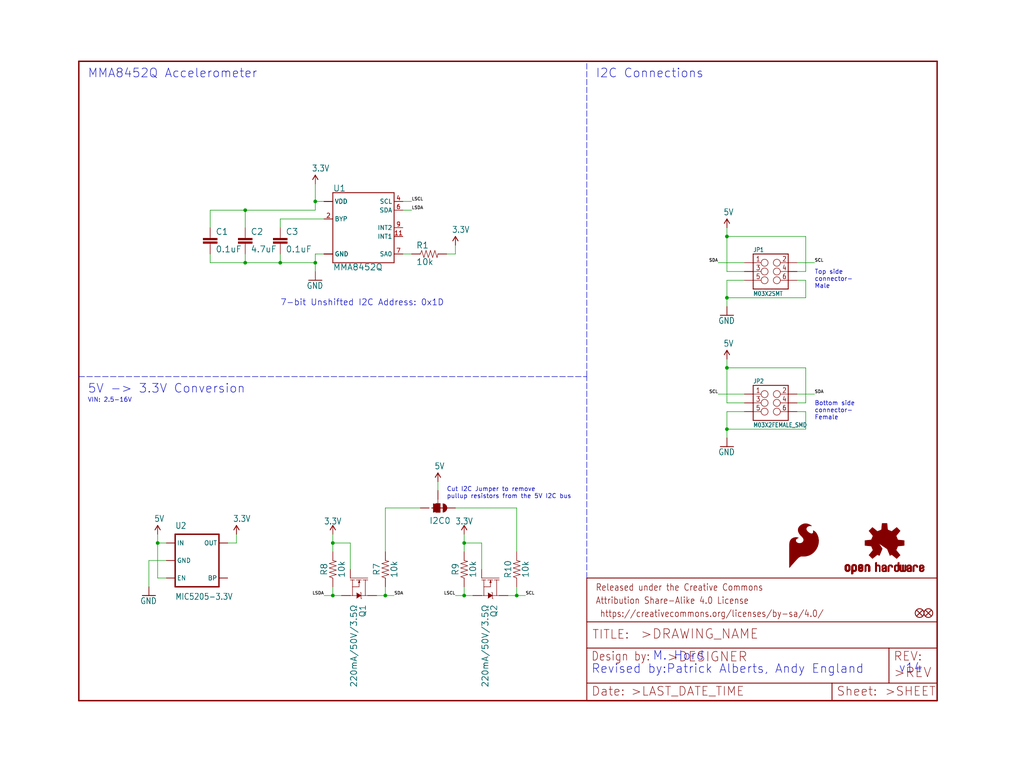
<source format=kicad_sch>
(kicad_sch (version 20211123) (generator eeschema)
  (paper "User" 297.002 223.926)
  (lib_symbols
    (symbol "eagleSchem-eagle-import:0.1UF-0603-25V-(+80{slash}-20%)"
      (property "Reference" "C" (at 1.524 2.921 0))
      (property "Value" "0.1UF-0603-25V-(+80{slash}-20%)" (at 1.524 -2.159 0))
      (symbol "0.1UF-0603-25V-(+80{slash}-20%)_1_0"
        (pin passive line (at 0 5.08 270) (length 2.54) (name "1") (number "1"))
        (pin passive line (at 0 -2.54 90) (length 2.54) (name "2") (number "2"))
      )
    )
    (symbol "eagleSchem-eagle-import:10KOHM-0603-1{slash}10W-1%"
      (property "Reference" "R" (at 0 1.524 0))
      (property "Value" "10KOHM-0603-1{slash}10W-1%" (at 0 -1.524 0))
      (symbol "10KOHM-0603-1{slash}10W-1%_1_0"
        (pin passive line (at -5.08 0 0) (length 2.54) (name "1") (number "1"))
        (pin passive line (at 5.08 0 180) (length 2.54) (name "2") (number "2"))
      )
    )
    (symbol "eagleSchem-eagle-import:3.3V" (power)
      (property "Value" "3.3V" (at 0 2.794 0))
      (symbol "3.3V_1_0"
        (pin power_in line (at 0 0 90) (length 2.54) (name "3.3V") (number "1"))
      )
    )
    (symbol "eagleSchem-eagle-import:4.7UF-0603-6.3V-(10%)"
      (property "Reference" "C" (at 1.524 2.921 0))
      (property "Value" "4.7UF-0603-6.3V-(10%)" (at 1.524 -2.159 0))
      (symbol "4.7UF-0603-6.3V-(10%)_1_0"
        (pin passive line (at 0 5.08 270) (length 2.54) (name "1") (number "1"))
        (pin passive line (at 0 -2.54 90) (length 2.54) (name "2") (number "2"))
      )
    )
    (symbol "eagleSchem-eagle-import:5V" (power)
      (property "Value" "5V" (at -1.016 3.556 0))
      (symbol "5V_1_0"
        (pin power_in line (at 0 0 90) (length 2.54) (name "5V") (number "1"))
      )
    )
    (symbol "eagleSchem-eagle-import:FIDUCIAL1X2")
    (symbol "eagleSchem-eagle-import:FRAME-LETTER"
      (symbol "FRAME-LETTER_2_0"
        (text " https://creativecommons.org/licenses/by-sa/4.0/" (at 2.54 24.13 0) (effects (font (size 1.9304 1.6408)) (justify left bottom)))
        (text ">DESIGNER" (at 23.114 11.176 0) (effects (font (size 2.7432 2.7432)) (justify left bottom)))
        (text ">DRAWING_NAME" (at 15.494 17.78 0) (effects (font (size 2.7432 2.7432)) (justify left bottom)))
        (text ">LAST_DATE_TIME" (at 12.7 1.27 0) (effects (font (size 2.54 2.54)) (justify left bottom)))
        (text ">REV" (at 88.9 6.604 0) (effects (font (size 2.7432 2.7432)) (justify left bottom)))
        (text ">SHEET" (at 86.36 1.27 0) (effects (font (size 2.54 2.54)) (justify left bottom)))
        (text "Attribution Share-Alike 4.0 License" (at 2.54 27.94 0) (effects (font (size 1.9304 1.6408)) (justify left bottom)))
        (text "Date:" (at 1.27 1.27 0) (effects (font (size 2.54 2.54)) (justify left bottom)))
        (text "Design by:" (at 1.27 11.43 0) (effects (font (size 2.54 2.159)) (justify left bottom)))
        (text "Released under the Creative Commons" (at 2.54 31.75 0) (effects (font (size 1.9304 1.6408)) (justify left bottom)))
        (text "REV:" (at 88.9 11.43 0) (effects (font (size 2.54 2.54)) (justify left bottom)))
        (text "Sheet:" (at 72.39 1.27 0) (effects (font (size 2.54 2.54)) (justify left bottom)))
        (text "TITLE:" (at 1.524 17.78 0) (effects (font (size 2.54 2.54)) (justify left bottom)))
      )
    )
    (symbol "eagleSchem-eagle-import:GND" (power)
      (property "Value" "GND" (at -2.54 -2.54 0))
      (symbol "GND_1_0"
        (pin power_in line (at 0 2.54 270) (length 2.54) (name "GND") (number "1"))
      )
    )
    (symbol "eagleSchem-eagle-import:JUMPER-SMT_3_2-NC_TRACE_SILK"
      (property "Reference" "JP" (at 2.54 0.381 0))
      (property "Value" "JUMPER-SMT_3_2-NC_TRACE_SILK" (at 2.54 -0.381 0))
      (symbol "JUMPER-SMT_3_2-NC_TRACE_SILK_1_0"
        (pin passive line (at 0 5.08 270) (length 2.54) (name "1") (number "1"))
        (pin passive line (at -5.08 0 0) (length 2.54) (name "2") (number "2"))
        (pin passive line (at 0 -5.08 90) (length 2.54) (name "3") (number "3"))
      )
    )
    (symbol "eagleSchem-eagle-import:M03X2FEMALE_SMD"
      (property "Reference" "JP" (at -5.08 5.588 0))
      (property "Value" "M03X2FEMALE_SMD" (at -5.08 -7.112 0))
      (symbol "M03X2FEMALE_SMD_1_0"
        (text "1" (at -4.318 2.794 0) (effects (font (size 1.4224 1.209)) (justify left bottom)))
        (text "2" (at 3.302 2.794 0) (effects (font (size 1.4224 1.209)) (justify left bottom)))
        (text "3" (at -4.318 0.254 0) (effects (font (size 1.4224 1.209)) (justify left bottom)))
        (text "4" (at 3.302 0.254 0) (effects (font (size 1.4224 1.209)) (justify left bottom)))
        (text "5" (at -4.318 -2.286 0) (effects (font (size 1.4224 1.209)) (justify left bottom)))
        (text "6" (at 3.302 -2.286 0) (effects (font (size 1.4224 1.209)) (justify left bottom)))
        (pin bidirectional line (at -7.62 2.54 0) (length 2.54) (name "1") (number "1"))
        (pin bidirectional line (at 7.62 2.54 180) (length 2.54) (name "2") (number "2"))
        (pin bidirectional line (at -7.62 0 0) (length 2.54) (name "3") (number "3"))
        (pin bidirectional line (at 7.62 0 180) (length 2.54) (name "4") (number "4"))
        (pin bidirectional line (at -7.62 -2.54 0) (length 2.54) (name "5") (number "5"))
        (pin bidirectional line (at 7.62 -2.54 180) (length 2.54) (name "6") (number "6"))
      )
    )
    (symbol "eagleSchem-eagle-import:M03X2SMT"
      (property "Reference" "JP" (at -5.08 5.588 0))
      (property "Value" "M03X2SMT" (at -5.08 -7.112 0))
      (symbol "M03X2SMT_1_0"
        (text "1" (at -4.318 2.794 0) (effects (font (size 1.4224 1.209)) (justify left bottom)))
        (text "2" (at 3.302 2.794 0) (effects (font (size 1.4224 1.209)) (justify left bottom)))
        (text "3" (at -4.318 0.254 0) (effects (font (size 1.4224 1.209)) (justify left bottom)))
        (text "4" (at 3.302 0.254 0) (effects (font (size 1.4224 1.209)) (justify left bottom)))
        (text "5" (at -4.318 -2.286 0) (effects (font (size 1.4224 1.209)) (justify left bottom)))
        (text "6" (at 3.302 -2.286 0) (effects (font (size 1.4224 1.209)) (justify left bottom)))
        (pin bidirectional line (at -7.62 2.54 0) (length 2.54) (name "1") (number "1"))
        (pin bidirectional line (at 7.62 2.54 180) (length 2.54) (name "2") (number "2"))
        (pin bidirectional line (at -7.62 0 0) (length 2.54) (name "3") (number "3"))
        (pin bidirectional line (at 7.62 0 180) (length 2.54) (name "4") (number "4"))
        (pin bidirectional line (at -7.62 -2.54 0) (length 2.54) (name "5") (number "5"))
        (pin bidirectional line (at 7.62 -2.54 180) (length 2.54) (name "6") (number "6"))
      )
    )
    (symbol "eagleSchem-eagle-import:MIC52053.3V"
      (property "Reference" "U" (at -7.62 9.144 0))
      (property "Value" "MIC52053.3V" (at -7.62 -11.43 0))
      (symbol "MIC52053.3V_1_0"
        (pin input line (at -10.16 5.08 0) (length 2.54) (name "IN") (number "1"))
        (pin input line (at -10.16 0 0) (length 2.54) (name "GND") (number "2"))
        (pin input line (at -10.16 -5.08 0) (length 2.54) (name "EN") (number "3"))
        (pin input line (at 7.62 -5.08 180) (length 2.54) (name "BP") (number "4"))
        (pin passive line (at 7.62 5.08 180) (length 2.54) (name "OUT") (number "5"))
      )
    )
    (symbol "eagleSchem-eagle-import:MMA8452Q"
      (property "Reference" "U" (at -7.62 10.414 0))
      (property "Value" "MMA8452Q" (at -7.62 -10.414 0))
      (symbol "MMA8452Q_1_0"
        (pin bidirectional line (at -10.16 7.62 0) (length 2.54) (name "VDD") (number "1"))
        (pin bidirectional line (at -10.16 -7.62 0) (length 2.54) (name "GND") (number "10"))
        (pin bidirectional line (at 12.7 -2.54 180) (length 2.54) (name "INT1") (number "11"))
        (pin bidirectional line (at -10.16 -7.62 0) (length 2.54) (name "GND") (number "12"))
        (pin bidirectional line (at -10.16 7.62 0) (length 2.54) (name "VDD") (number "14"))
        (pin bidirectional line (at -10.16 2.54 0) (length 2.54) (name "BYP") (number "2"))
        (pin bidirectional line (at 12.7 7.62 180) (length 2.54) (name "SCL") (number "4"))
        (pin bidirectional line (at -10.16 -7.62 0) (length 2.54) (name "GND") (number "5"))
        (pin bidirectional line (at 12.7 5.08 180) (length 2.54) (name "SDA") (number "6"))
        (pin bidirectional line (at 12.7 -7.62 180) (length 2.54) (name "SA0") (number "7"))
        (pin bidirectional line (at 12.7 0 180) (length 2.54) (name "INT2") (number "9"))
      )
    )
    (symbol "eagleSchem-eagle-import:MOSFET-NCH-BSS138"
      (property "Reference" "Q" (at 5.08 0 0))
      (property "Value" "MOSFET-NCH-BSS138" (at 5.08 -2.54 0))
      (symbol "MOSFET-NCH-BSS138_1_0"
        (pin bidirectional line (at -5.08 -2.54 0) (length 2.54) (name "G") (number "1"))
        (pin bidirectional line (at 2.54 -5.08 90) (length 2.54) (name "S") (number "2"))
        (pin bidirectional line (at 2.54 5.08 270) (length 2.54) (name "D") (number "3"))
      )
    )
    (symbol "eagleSchem-eagle-import:OSHW-LOGOS")
    (symbol "eagleSchem-eagle-import:SFE_LOGO_FLAME.1_INCH")
  )
  (junction (at 45.72 157.48))
  (junction (at 96.52 157.48))
  (junction (at 91.44 58.42))
  (junction (at 210.82 86.36))
  (junction (at 71.12 76.2))
  (junction (at 91.44 76.2))
  (junction (at 111.76 172.72))
  (junction (at 210.82 106.68))
  (junction (at 134.62 157.48))
  (junction (at 81.28 76.2))
  (junction (at 210.82 124.46))
  (junction (at 134.62 172.72))
  (junction (at 149.86 172.72))
  (junction (at 210.82 68.58))
  (junction (at 71.12 60.96))
  (junction (at 96.52 172.72))
  (wire (pts (xy 149.86 170.18) (xy 149.86 172.72)))
  (wire (pts (xy 96.52 157.48) (xy 96.52 160.02)))
  (wire (pts (xy 134.62 157.48) (xy 134.62 154.94)))
  (wire (pts (xy 101.6 165.1) (xy 101.6 157.48)))
  (wire (pts (xy 149.86 147.32) (xy 149.86 160.02)))
  (wire (pts (xy 71.12 76.2) (xy 71.12 73.66)))
  (wire (pts (xy 233.68 78.74) (xy 231.14 78.74)))
  (wire (pts (xy 134.62 157.48) (xy 134.62 160.02)))
  (wire (pts (xy 210.82 124.46) (xy 210.82 119.38)))
  (wire (pts (xy 91.44 53.34) (xy 91.44 58.42)))
  (wire (pts (xy 91.44 60.96) (xy 71.12 60.96)))
  (wire (pts (xy 81.28 76.2) (xy 71.12 76.2)))
  (wire (pts (xy 210.82 78.74) (xy 215.9 78.74)))
  (wire (pts (xy 119.38 60.96) (xy 116.84 60.96)))
  (polyline (pts (xy 170.18 109.22) (xy 170.18 17.78)))
  (wire (pts (xy 233.68 116.84) (xy 231.14 116.84)))
  (wire (pts (xy 149.86 172.72) (xy 147.32 172.72)))
  (wire (pts (xy 116.84 73.66) (xy 119.38 73.66)))
  (wire (pts (xy 233.68 119.38) (xy 233.68 124.46)))
  (wire (pts (xy 71.12 76.2) (xy 60.96 76.2)))
  (wire (pts (xy 231.14 119.38) (xy 233.68 119.38)))
  (wire (pts (xy 233.68 86.36) (xy 233.68 81.28)))
  (wire (pts (xy 233.68 81.28) (xy 231.14 81.28)))
  (wire (pts (xy 96.52 157.48) (xy 96.52 154.94)))
  (wire (pts (xy 210.82 127) (xy 210.82 124.46)))
  (wire (pts (xy 139.7 165.1) (xy 139.7 157.48)))
  (wire (pts (xy 71.12 60.96) (xy 60.96 60.96)))
  (wire (pts (xy 43.18 170.18) (xy 43.18 162.56)))
  (wire (pts (xy 215.9 76.2) (xy 208.28 76.2)))
  (wire (pts (xy 68.58 157.48) (xy 66.04 157.48)))
  (wire (pts (xy 231.14 114.3) (xy 236.22 114.3)))
  (wire (pts (xy 91.44 60.96) (xy 91.44 58.42)))
  (wire (pts (xy 96.52 172.72) (xy 99.06 172.72)))
  (wire (pts (xy 132.08 147.32) (xy 149.86 147.32)))
  (wire (pts (xy 45.72 157.48) (xy 48.26 157.48)))
  (wire (pts (xy 233.68 68.58) (xy 233.68 78.74)))
  (wire (pts (xy 91.44 58.42) (xy 93.98 58.42)))
  (wire (pts (xy 210.82 116.84) (xy 210.82 106.68)))
  (wire (pts (xy 132.08 73.66) (xy 129.54 73.66)))
  (wire (pts (xy 60.96 76.2) (xy 60.96 73.66)))
  (wire (pts (xy 91.44 78.74) (xy 91.44 76.2)))
  (wire (pts (xy 210.82 86.36) (xy 233.68 86.36)))
  (wire (pts (xy 215.9 116.84) (xy 210.82 116.84)))
  (wire (pts (xy 48.26 167.64) (xy 45.72 167.64)))
  (wire (pts (xy 134.62 170.18) (xy 134.62 172.72)))
  (wire (pts (xy 111.76 147.32) (xy 121.92 147.32)))
  (wire (pts (xy 233.68 124.46) (xy 210.82 124.46)))
  (wire (pts (xy 134.62 172.72) (xy 137.16 172.72)))
  (wire (pts (xy 210.82 104.14) (xy 210.82 106.68)))
  (polyline (pts (xy 170.18 167.64) (xy 170.18 109.22)))
  (wire (pts (xy 215.9 81.28) (xy 210.82 81.28)))
  (wire (pts (xy 215.9 114.3) (xy 208.28 114.3)))
  (wire (pts (xy 91.44 76.2) (xy 81.28 76.2)))
  (wire (pts (xy 111.76 172.72) (xy 111.76 170.18)))
  (wire (pts (xy 210.82 66.04) (xy 210.82 68.58)))
  (wire (pts (xy 210.82 68.58) (xy 210.82 78.74)))
  (wire (pts (xy 101.6 157.48) (xy 96.52 157.48)))
  (wire (pts (xy 109.22 172.72) (xy 111.76 172.72)))
  (wire (pts (xy 210.82 68.58) (xy 233.68 68.58)))
  (wire (pts (xy 231.14 76.2) (xy 236.22 76.2)))
  (wire (pts (xy 111.76 160.02) (xy 111.76 147.32)))
  (wire (pts (xy 71.12 60.96) (xy 71.12 66.04)))
  (wire (pts (xy 111.76 172.72) (xy 114.3 172.72)))
  (wire (pts (xy 81.28 63.5) (xy 93.98 63.5)))
  (wire (pts (xy 134.62 172.72) (xy 132.08 172.72)))
  (wire (pts (xy 81.28 66.04) (xy 81.28 63.5)))
  (wire (pts (xy 233.68 106.68) (xy 233.68 116.84)))
  (wire (pts (xy 68.58 154.94) (xy 68.58 157.48)))
  (wire (pts (xy 45.72 154.94) (xy 45.72 157.48)))
  (wire (pts (xy 43.18 162.56) (xy 48.26 162.56)))
  (wire (pts (xy 210.82 86.36) (xy 210.82 88.9)))
  (wire (pts (xy 45.72 167.64) (xy 45.72 157.48)))
  (wire (pts (xy 132.08 71.12) (xy 132.08 73.66)))
  (polyline (pts (xy 22.86 109.22) (xy 170.18 109.22)))
  (wire (pts (xy 210.82 81.28) (xy 210.82 86.36)))
  (wire (pts (xy 127 139.7) (xy 127 142.24)))
  (wire (pts (xy 81.28 76.2) (xy 81.28 73.66)))
  (wire (pts (xy 116.84 58.42) (xy 119.38 58.42)))
  (wire (pts (xy 149.86 172.72) (xy 152.4 172.72)))
  (wire (pts (xy 139.7 157.48) (xy 134.62 157.48)))
  (wire (pts (xy 91.44 73.66) (xy 93.98 73.66)))
  (wire (pts (xy 96.52 170.18) (xy 96.52 172.72)))
  (wire (pts (xy 210.82 119.38) (xy 215.9 119.38)))
  (wire (pts (xy 96.52 172.72) (xy 93.98 172.72)))
  (wire (pts (xy 60.96 60.96) (xy 60.96 66.04)))
  (wire (pts (xy 91.44 76.2) (xy 91.44 73.66)))
  (wire (pts (xy 210.82 106.68) (xy 233.68 106.68)))
  (text "M. Hord" (at 189.23 191.77 180) (effects (font (size 2.54 2.54)) (justify left bottom)))
  (text "7-bit Unshifted I2C Address: 0x1D" (at 81.28 88.9 180) (effects (font (size 1.778 1.778)) (justify left bottom)))
  (text "Top side\nconnector-\nMale" (at 236.22 83.82 180) (effects (font (size 1.27 1.27)) (justify left bottom)))
  (text "VIN: 2.5-16V" (at 25.4 116.84 180) (effects (font (size 1.27 1.27)) (justify left bottom)))
  (text "v14" (at 260.604 195.326 180) (effects (font (size 2.54 2.54)) (justify left bottom)))
  (text "MMA8452Q Accelerometer" (at 25.4 22.86 180) (effects (font (size 2.54 2.54)) (justify left bottom)))
  (text "I2C Connections" (at 172.72 22.86 180) (effects (font (size 2.54 2.54)) (justify left bottom)))
  (text "Revised by:Patrick Alberts, Andy England" (at 171.45 195.58 180) (effects (font (size 2.54 2.54)) (justify left bottom)))
  (text "Cut I2C Jumper to remove\npullup resistors from the 5V I2C bus" (at 129.54 144.78 0) (effects (font (size 1.27 1.27)) (justify left bottom)))
  (text "5V -> 3.3V Conversion" (at 25.4 114.3 180) (effects (font (size 2.54 2.54)) (justify left bottom)))
  (text "Bottom side\nconnector-\nFemale" (at 236.22 121.92 180) (effects (font (size 1.27 1.27)) (justify left bottom)))
  (label "LSDA" (at 119.38 60.96 0) (effects (font (size 0.889 0.889))))
  (label "SCL" (at 236.22 76.2 0) (effects (font (size 0.889 0.889))))
  (label "SDA" (at 114.3 172.72 0) (effects (font (size 0.889 0.889))))
  (label "SDA" (at 208.28 76.2 180) (effects (font (size 0.889 0.889))))
  (label "LSCL" (at 132.08 172.72 180) (effects (font (size 0.889 0.889))))
  (label "SCL" (at 208.28 114.3 180) (effects (font (size 0.889 0.889))))
  (label "SCL" (at 152.4 172.72 0) (effects (font (size 0.889 0.889))))
  (label "SDA" (at 236.22 114.3 0) (effects (font (size 0.889 0.889))))
  (label "LSDA" (at 93.98 172.72 180) (effects (font (size 0.889 0.889))))
  (label "LSCL" (at 119.38 58.42 0) (effects (font (size 0.889 0.889))))
  (symbol (lib_id "eagleSchem-eagle-import:JUMPER-SMT_3_2-NC_TRACE_SILK") (at 127 147.32 270) (unit 1)
    (property "Reference" "I2C0" (at 124.46 152.019 90) (effects (font (size 1.778 1.778)) (justify left bottom)))
    (property "Value" "JUMPER-SMT_3_2-NC_TRACE_SILK" (effects hide))
    (property "Footprint" "eagleSchem:SMT-JUMPER_3_2-NC_TRACE_SILK" (effects hide))
  )
  (symbol (lib_id "eagleSchem-eagle-import:3.3V") (at 96.52 154.94 0) (unit 1)
    (property "Reference" "#SUPPLY6" (effects hide))
    (property "Value" "3.3V" (at 96.52 152.146 0) (effects (font (size 1.778 1.5113)) (justify bottom)))
    (property "Footprint" "eagleSchem:" (effects hide))
  )
  (symbol (lib_id "eagleSchem-eagle-import:4.7UF-0603-6.3V-(10%)") (at 71.12 71.12 0) (unit 1)
    (property "Reference" "C2" (at 72.644 68.199 0) (effects (font (size 1.778 1.778)) (justify left bottom)))
    (property "Value" "4.7uF" (at 72.644 73.279 0) (effects (font (size 1.778 1.778)) (justify left bottom)))
    (property "Footprint" "eagleSchem:0603" (effects hide))
  )
  (symbol (lib_id "eagleSchem-eagle-import:SFE_LOGO_FLAME.1_INCH") (at 228.6 165.1 0) (unit 1)
    (property "Reference" "LOGO4" (effects hide))
    (property "Value" "SFE_LOGO_FLAME.1_INCH" (effects hide))
    (property "Footprint" "eagleSchem:SFE_LOGO_FLAME_.1" (effects hide))
  )
  (symbol (lib_id "eagleSchem-eagle-import:10KOHM-0603-1{slash}10W-1%") (at 134.62 165.1 90) (unit 1)
    (property "Reference" "R9" (at 133.096 165.1 0) (effects (font (size 1.778 1.778)) (justify bottom)))
    (property "Value" "10k" (at 136.144 165.1 0) (effects (font (size 1.778 1.778)) (justify top)))
    (property "Footprint" "eagleSchem:0603" (effects hide))
  )
  (symbol (lib_id "eagleSchem-eagle-import:3.3V") (at 91.44 53.34 0) (unit 1)
    (property "Reference" "#SUPPLY2" (effects hide))
    (property "Value" "3.3V" (at 90.424 49.784 0) (effects (font (size 1.778 1.5113)) (justify left bottom)))
    (property "Footprint" "eagleSchem:" (effects hide))
  )
  (symbol (lib_id "eagleSchem-eagle-import:GND") (at 210.82 129.54 0) (unit 1)
    (property "Reference" "#GND6" (effects hide))
    (property "Value" "GND" (at 208.28 132.08 0) (effects (font (size 1.778 1.5113)) (justify left bottom)))
    (property "Footprint" "eagleSchem:" (effects hide))
  )
  (symbol (lib_id "eagleSchem-eagle-import:OSHW-LOGOS") (at 256.54 157.48 0) (unit 1)
    (property "Reference" "LOGO2" (effects hide))
    (property "Value" "OSHW-LOGOS" (effects hide))
    (property "Footprint" "eagleSchem:OSHW-LOGO-S" (effects hide))
  )
  (symbol (lib_id "eagleSchem-eagle-import:MOSFET-NCH-BSS138") (at 142.24 170.18 270) (unit 1)
    (property "Reference" "Q2" (at 142.24 175.26 0) (effects (font (size 1.778 1.778)) (justify left bottom)))
    (property "Value" "220mA/50V/3.5Ω" (at 139.7 175.26 0) (effects (font (size 1.778 1.778)) (justify left bottom)))
    (property "Footprint" "eagleSchem:SOT23-3" (effects hide))
  )
  (symbol (lib_id "eagleSchem-eagle-import:GND") (at 43.18 172.72 0) (unit 1)
    (property "Reference" "#GND2" (effects hide))
    (property "Value" "GND" (at 40.64 175.26 0) (effects (font (size 1.778 1.5113)) (justify left bottom)))
    (property "Footprint" "eagleSchem:" (effects hide))
  )
  (symbol (lib_id "eagleSchem-eagle-import:FIDUCIAL1X2") (at 266.7 177.8 0) (unit 1)
    (property "Reference" "FID1" (effects hide))
    (property "Value" "FIDUCIAL1X2" (effects hide))
    (property "Footprint" "eagleSchem:FIDUCIAL-1X2" (effects hide))
  )
  (symbol (lib_id "eagleSchem-eagle-import:MMA8452Q") (at 104.14 66.04 0) (unit 1)
    (property "Reference" "U1" (at 96.52 55.626 0) (effects (font (size 1.778 1.778)) (justify left bottom)))
    (property "Value" "MMA8452Q" (at 96.52 76.454 0) (effects (font (size 1.778 1.778)) (justify left top)))
    (property "Footprint" "eagleSchem:QFN-16" (effects hide))
  )
  (symbol (lib_id "eagleSchem-eagle-import:5V") (at 210.82 66.04 0) (unit 1)
    (property "Reference" "#SUPPLY7" (effects hide))
    (property "Value" "5V" (at 209.804 62.484 0) (effects (font (size 1.778 1.5113)) (justify left bottom)))
    (property "Footprint" "eagleSchem:" (effects hide))
  )
  (symbol (lib_id "eagleSchem-eagle-import:3.3V") (at 132.08 71.12 0) (unit 1)
    (property "Reference" "#SUPPLY4" (effects hide))
    (property "Value" "3.3V" (at 131.064 67.564 0) (effects (font (size 1.778 1.5113)) (justify left bottom)))
    (property "Footprint" "eagleSchem:" (effects hide))
  )
  (symbol (lib_id "eagleSchem-eagle-import:3.3V") (at 68.58 154.94 0) (unit 1)
    (property "Reference" "#SUPPLY3" (effects hide))
    (property "Value" "3.3V" (at 67.564 151.384 0) (effects (font (size 1.778 1.5113)) (justify left bottom)))
    (property "Footprint" "eagleSchem:" (effects hide))
  )
  (symbol (lib_id "eagleSchem-eagle-import:MOSFET-NCH-BSS138") (at 104.14 170.18 270) (unit 1)
    (property "Reference" "Q1" (at 104.14 175.26 0) (effects (font (size 1.778 1.778)) (justify left bottom)))
    (property "Value" "220mA/50V/3.5Ω" (at 101.6 175.26 0) (effects (font (size 1.778 1.778)) (justify left bottom)))
    (property "Footprint" "eagleSchem:SOT23-3" (effects hide))
  )
  (symbol (lib_id "eagleSchem-eagle-import:0.1UF-0603-25V-(+80{slash}-20%)") (at 81.28 71.12 0) (unit 1)
    (property "Reference" "C3" (at 82.804 68.199 0) (effects (font (size 1.778 1.778)) (justify left bottom)))
    (property "Value" "0.1uF" (at 82.804 73.279 0) (effects (font (size 1.778 1.778)) (justify left bottom)))
    (property "Footprint" "eagleSchem:0603" (effects hide))
  )
  (symbol (lib_id "eagleSchem-eagle-import:0.1UF-0603-25V-(+80{slash}-20%)") (at 60.96 71.12 0) (unit 1)
    (property "Reference" "C1" (at 62.484 68.199 0) (effects (font (size 1.778 1.778)) (justify left bottom)))
    (property "Value" "0.1uF" (at 62.484 73.279 0) (effects (font (size 1.778 1.778)) (justify left bottom)))
    (property "Footprint" "eagleSchem:0603" (effects hide))
  )
  (symbol (lib_id "eagleSchem-eagle-import:MIC52053.3V") (at 58.42 162.56 0) (unit 1)
    (property "Reference" "U2" (at 50.8 153.416 0) (effects (font (size 1.778 1.5113)) (justify left bottom)))
    (property "Value" "MIC5205-3.3V" (at 50.8 173.99 0) (effects (font (size 1.778 1.5113)) (justify left bottom)))
    (property "Footprint" "eagleSchem:SOT23-5" (effects hide))
  )
  (symbol (lib_id "eagleSchem-eagle-import:10KOHM-0603-1{slash}10W-1%") (at 96.52 165.1 90) (unit 1)
    (property "Reference" "R8" (at 94.996 165.1 0) (effects (font (size 1.778 1.778)) (justify bottom)))
    (property "Value" "10k" (at 98.044 165.1 0) (effects (font (size 1.778 1.778)) (justify top)))
    (property "Footprint" "eagleSchem:0603" (effects hide))
  )
  (symbol (lib_id "eagleSchem-eagle-import:FIDUCIAL1X2") (at 269.24 177.8 0) (unit 1)
    (property "Reference" "FID3" (effects hide))
    (property "Value" "FIDUCIAL1X2" (effects hide))
    (property "Footprint" "eagleSchem:FIDUCIAL-1X2" (effects hide))
  )
  (symbol (lib_id "eagleSchem-eagle-import:5V") (at 210.82 104.14 0) (unit 1)
    (property "Reference" "#SUPPLY8" (effects hide))
    (property "Value" "5V" (at 209.804 100.584 0) (effects (font (size 1.778 1.5113)) (justify left bottom)))
    (property "Footprint" "eagleSchem:" (effects hide))
  )
  (symbol (lib_id "eagleSchem-eagle-import:10KOHM-0603-1{slash}10W-1%") (at 124.46 73.66 0) (unit 1)
    (property "Reference" "R1" (at 120.65 72.1614 0) (effects (font (size 1.778 1.778)) (justify left bottom)))
    (property "Value" "10k" (at 120.65 76.962 0) (effects (font (size 1.778 1.778)) (justify left bottom)))
    (property "Footprint" "eagleSchem:0603" (effects hide))
  )
  (symbol (lib_id "eagleSchem-eagle-import:FRAME-LETTER") (at 170.18 203.2 0) (unit 2)
    (property "Reference" "FRAME1" (effects hide))
    (property "Value" "FRAME-LETTER" (effects hide))
    (property "Footprint" "eagleSchem:CREATIVE_COMMONS" (effects hide))
  )
  (symbol (lib_id "eagleSchem-eagle-import:M03X2FEMALE_SMD") (at 223.52 116.84 0) (unit 1)
    (property "Reference" "JP2" (at 218.44 111.252 0) (effects (font (size 1.27 1.0795)) (justify left bottom)))
    (property "Value" "M03X2FEMALE_SMD" (at 218.44 123.952 0) (effects (font (size 1.27 1.0795)) (justify left bottom)))
    (property "Footprint" "eagleSchem:2X3_SMD" (effects hide))
  )
  (symbol (lib_id "eagleSchem-eagle-import:10KOHM-0603-1{slash}10W-1%") (at 149.86 165.1 90) (unit 1)
    (property "Reference" "R10" (at 148.336 165.1 0) (effects (font (size 1.778 1.778)) (justify bottom)))
    (property "Value" "10k" (at 151.384 165.1 0) (effects (font (size 1.778 1.778)) (justify top)))
    (property "Footprint" "eagleSchem:0603" (effects hide))
  )
  (symbol (lib_id "eagleSchem-eagle-import:10KOHM-0603-1{slash}10W-1%") (at 111.76 165.1 90) (unit 1)
    (property "Reference" "R7" (at 110.236 165.1 0) (effects (font (size 1.778 1.778)) (justify bottom)))
    (property "Value" "10k" (at 113.284 165.1 0) (effects (font (size 1.778 1.778)) (justify top)))
    (property "Footprint" "eagleSchem:0603" (effects hide))
  )
  (symbol (lib_id "eagleSchem-eagle-import:GND") (at 91.44 81.28 0) (unit 1)
    (property "Reference" "#GND1" (effects hide))
    (property "Value" "GND" (at 88.9 83.82 0) (effects (font (size 1.778 1.5113)) (justify left bottom)))
    (property "Footprint" "eagleSchem:" (effects hide))
  )
  (symbol (lib_id "eagleSchem-eagle-import:5V") (at 127 139.7 0) (unit 1)
    (property "Reference" "#SUPPLY5" (effects hide))
    (property "Value" "5V" (at 125.984 136.144 0) (effects (font (size 1.778 1.5113)) (justify left bottom)))
    (property "Footprint" "eagleSchem:" (effects hide))
  )
  (symbol (lib_id "eagleSchem-eagle-import:3.3V") (at 134.62 154.94 0) (unit 1)
    (property "Reference" "#SUPPLY9" (effects hide))
    (property "Value" "3.3V" (at 134.62 152.146 0) (effects (font (size 1.778 1.5113)) (justify bottom)))
    (property "Footprint" "eagleSchem:" (effects hide))
  )
  (symbol (lib_id "eagleSchem-eagle-import:GND") (at 210.82 91.44 0) (unit 1)
    (property "Reference" "#GND5" (effects hide))
    (property "Value" "GND" (at 208.28 93.98 0) (effects (font (size 1.778 1.5113)) (justify left bottom)))
    (property "Footprint" "eagleSchem:" (effects hide))
  )
  (symbol (lib_id "eagleSchem-eagle-import:M03X2SMT") (at 223.52 78.74 0) (unit 1)
    (property "Reference" "JP1" (at 218.44 73.152 0) (effects (font (size 1.27 1.0795)) (justify left bottom)))
    (property "Value" "M03X2SMT" (at 218.44 85.852 0) (effects (font (size 1.27 1.0795)) (justify left bottom)))
    (property "Footprint" "eagleSchem:2X3_SMT_POSTS" (effects hide))
  )
  (symbol (lib_id "eagleSchem-eagle-import:FRAME-LETTER") (at 22.86 203.2 0) (unit 1)
    (property "Reference" "FRAME1" (effects hide))
    (property "Value" "FRAME-LETTER" (effects hide))
    (property "Footprint" "eagleSchem:CREATIVE_COMMONS" (effects hide))
  )
  (symbol (lib_id "eagleSchem-eagle-import:5V") (at 45.72 154.94 0) (unit 1)
    (property "Reference" "#SUPPLY1" (effects hide))
    (property "Value" "5V" (at 44.704 151.384 0) (effects (font (size 1.778 1.5113)) (justify left bottom)))
    (property "Footprint" "eagleSchem:" (effects hide))
  )
)
</source>
